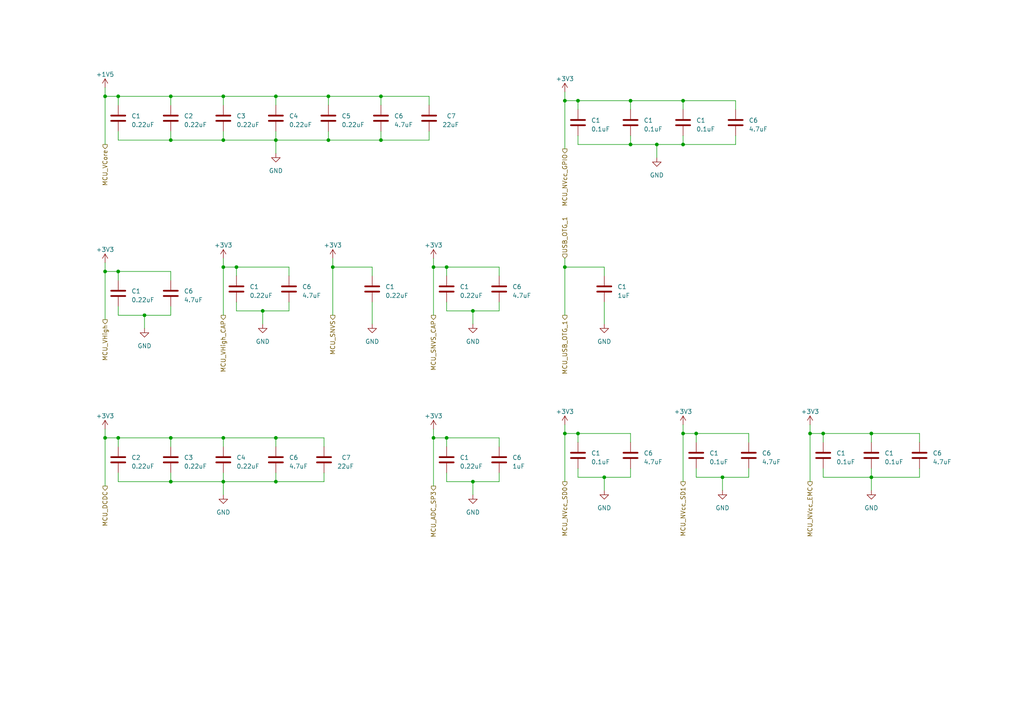
<source format=kicad_sch>
(kicad_sch (version 20230121) (generator eeschema)
  (paper "A4")
  (lib_symbols
    (symbol "Device:C" (pin_numbers hide) (pin_names (offset 0.254))
      (property "Reference" "C" (at 0.635 2.54 0))
      (property "Value" "C" (at 0.635 -2.54 0))
      (symbol "C_0_1"
        (polyline (pts (xy -2.032 -0.762) (xy 2.032 -0.762)) (stroke (width 0.508)))
        (polyline (pts (xy -2.032 0.762) (xy 2.032 0.762)) (stroke (width 0.508)))
      )
      (symbol "C_1_1"
        (pin passive line (at 0 3.81 270) (length 2.794) (name "~") (number "1"))
        (pin passive line (at 0 -3.81 90) (length 2.794) (name "~") (number "2"))
      )
    )
    (symbol "power:+1V5" (power) (pin_names (offset 0))
      (property "Value" "+1V5" (at 0 3.556 0))
      (symbol "+1V5_0_1"
        (polyline (pts (xy -0.762 1.27) (xy 0 2.54)))
        (polyline (pts (xy 0 0) (xy 0 2.54)))
        (polyline (pts (xy 0 2.54) (xy 0.762 1.27)))
      )
      (symbol "+1V5_1_1"
        (pin power_in line (at 0 0 90) (length 0) hide (name "+1V5") (number "1"))
      )
    )
    (symbol "power:+3V3" (power) (pin_names (offset 0))
      (property "Value" "+3V3" (at 0 3.556 0))
      (symbol "+3V3_0_1"
        (polyline (pts (xy -0.762 1.27) (xy 0 2.54)))
        (polyline (pts (xy 0 0) (xy 0 2.54)))
        (polyline (pts (xy 0 2.54) (xy 0.762 1.27)))
      )
      (symbol "+3V3_1_1"
        (pin power_in line (at 0 0 90) (length 0) hide (name "+3V3") (number "1"))
      )
    )
    (symbol "power:GND" (power) (pin_names (offset 0))
      (property "Value" "GND" (at 0 -3.81 0))
      (symbol "GND_0_1"
        (polyline (pts (xy 0 0) (xy 0 -1.27) (xy 1.27 -1.27) (xy 0 -2.54) (xy -1.27 -1.27) (xy 0 -1.27)))
      )
      (symbol "GND_1_1"
        (pin power_in line (at 0 0 270) (length 0) hide (name "GND") (number "1"))
      )
    )
  )
  (junction (at 190.5 41.91))
  (junction (at 137.16 139.7))
  (junction (at 64.77 77.47))
  (junction (at 129.54 127))
  (junction (at 30.48 127))
  (junction (at 110.49 27.94))
  (junction (at 198.12 41.91))
  (junction (at 129.54 77.47))
  (junction (at 125.73 77.47))
  (junction (at 125.73 127))
  (junction (at 68.58 77.47))
  (junction (at 95.25 40.64))
  (junction (at 198.12 125.73))
  (junction (at 64.77 139.7))
  (junction (at 163.83 125.73))
  (junction (at 175.26 138.43))
  (junction (at 30.48 27.94))
  (junction (at 80.01 139.7))
  (junction (at 209.55 138.43))
  (junction (at 34.29 27.94))
  (junction (at 252.73 125.73))
  (junction (at 182.88 41.91))
  (junction (at 30.48 78.74))
  (junction (at 137.16 90.17))
  (junction (at 95.25 27.94))
  (junction (at 64.77 27.94))
  (junction (at 167.64 125.73))
  (junction (at 49.53 40.64))
  (junction (at 163.83 29.21))
  (junction (at 49.53 139.7))
  (junction (at 64.77 40.64))
  (junction (at 80.01 27.94))
  (junction (at 64.77 127))
  (junction (at 167.64 29.21))
  (junction (at 41.91 91.44))
  (junction (at 252.73 138.43))
  (junction (at 34.29 78.74))
  (junction (at 34.29 127))
  (junction (at 198.12 29.21))
  (junction (at 76.2 90.17))
  (junction (at 182.88 29.21))
  (junction (at 238.76 125.73))
  (junction (at 49.53 27.94))
  (junction (at 201.93 125.73))
  (junction (at 234.95 125.73))
  (junction (at 80.01 127))
  (junction (at 80.01 40.64))
  (junction (at 110.49 40.64))
  (junction (at 49.53 127))
  (junction (at 96.52 77.47))
  (junction (at 163.83 77.47))
  (wire (pts (xy 163.83 26.67) (xy 163.83 29.21)))
  (wire (pts (xy 107.95 77.47) (xy 107.95 80.01)))
  (wire (pts (xy 49.53 127) (xy 64.77 127)))
  (wire (pts (xy 64.77 139.7) (xy 64.77 137.16)))
  (wire (pts (xy 252.73 138.43) (xy 266.7 138.43)))
  (wire (pts (xy 182.88 29.21) (xy 198.12 29.21)))
  (wire (pts (xy 110.49 40.64) (xy 110.49 38.1)))
  (wire (pts (xy 167.64 29.21) (xy 182.88 29.21)))
  (wire (pts (xy 167.64 138.43) (xy 175.26 138.43)))
  (wire (pts (xy 34.29 78.74) (xy 34.29 81.28)))
  (wire (pts (xy 137.16 139.7) (xy 137.16 143.51)))
  (wire (pts (xy 68.58 90.17) (xy 76.2 90.17)))
  (wire (pts (xy 30.48 78.74) (xy 34.29 78.74)))
  (wire (pts (xy 68.58 90.17) (xy 68.58 87.63)))
  (wire (pts (xy 80.01 139.7) (xy 80.01 137.16)))
  (wire (pts (xy 238.76 138.43) (xy 252.73 138.43)))
  (wire (pts (xy 64.77 127) (xy 64.77 129.54)))
  (wire (pts (xy 125.73 127) (xy 129.54 127)))
  (wire (pts (xy 201.93 125.73) (xy 201.93 128.27)))
  (wire (pts (xy 49.53 139.7) (xy 49.53 137.16)))
  (wire (pts (xy 49.53 139.7) (xy 64.77 139.7)))
  (wire (pts (xy 163.83 125.73) (xy 167.64 125.73)))
  (wire (pts (xy 34.29 139.7) (xy 34.29 137.16)))
  (wire (pts (xy 30.48 76.2) (xy 30.48 78.74)))
  (wire (pts (xy 190.5 41.91) (xy 198.12 41.91)))
  (wire (pts (xy 95.25 27.94) (xy 95.25 30.48)))
  (wire (pts (xy 49.53 40.64) (xy 49.53 38.1)))
  (wire (pts (xy 68.58 77.47) (xy 68.58 80.01)))
  (wire (pts (xy 76.2 90.17) (xy 76.2 93.98)))
  (wire (pts (xy 125.73 77.47) (xy 125.73 91.44)))
  (wire (pts (xy 137.16 90.17) (xy 144.78 90.17)))
  (wire (pts (xy 129.54 139.7) (xy 129.54 137.16)))
  (wire (pts (xy 68.58 77.47) (xy 83.82 77.47)))
  (wire (pts (xy 95.25 40.64) (xy 95.25 38.1)))
  (wire (pts (xy 190.5 41.91) (xy 190.5 45.72)))
  (wire (pts (xy 182.88 135.89) (xy 182.88 138.43)))
  (wire (pts (xy 30.48 127) (xy 34.29 127)))
  (wire (pts (xy 129.54 90.17) (xy 137.16 90.17)))
  (wire (pts (xy 80.01 40.64) (xy 95.25 40.64)))
  (wire (pts (xy 64.77 77.47) (xy 64.77 91.44)))
  (wire (pts (xy 144.78 137.16) (xy 144.78 139.7)))
  (wire (pts (xy 129.54 139.7) (xy 137.16 139.7)))
  (wire (pts (xy 129.54 127) (xy 129.54 129.54)))
  (wire (pts (xy 198.12 29.21) (xy 213.36 29.21)))
  (wire (pts (xy 137.16 90.17) (xy 137.16 93.98)))
  (wire (pts (xy 80.01 27.94) (xy 80.01 30.48)))
  (wire (pts (xy 49.53 27.94) (xy 64.77 27.94)))
  (wire (pts (xy 30.48 124.46) (xy 30.48 127)))
  (wire (pts (xy 175.26 87.63) (xy 175.26 93.98)))
  (wire (pts (xy 124.46 27.94) (xy 110.49 27.94)))
  (wire (pts (xy 252.73 125.73) (xy 266.7 125.73)))
  (wire (pts (xy 209.55 138.43) (xy 209.55 142.24)))
  (wire (pts (xy 125.73 127) (xy 125.73 140.97)))
  (wire (pts (xy 80.01 139.7) (xy 93.98 139.7)))
  (wire (pts (xy 198.12 123.19) (xy 198.12 125.73)))
  (wire (pts (xy 209.55 138.43) (xy 217.17 138.43)))
  (wire (pts (xy 163.83 77.47) (xy 163.83 91.44)))
  (wire (pts (xy 64.77 139.7) (xy 64.77 143.51)))
  (wire (pts (xy 83.82 77.47) (xy 83.82 80.01)))
  (wire (pts (xy 124.46 40.64) (xy 124.46 38.1)))
  (wire (pts (xy 30.48 127) (xy 30.48 140.97)))
  (wire (pts (xy 175.26 138.43) (xy 182.88 138.43)))
  (wire (pts (xy 41.91 91.44) (xy 49.53 91.44)))
  (wire (pts (xy 198.12 125.73) (xy 198.12 139.7)))
  (wire (pts (xy 34.29 27.94) (xy 34.29 30.48)))
  (wire (pts (xy 129.54 90.17) (xy 129.54 87.63)))
  (wire (pts (xy 41.91 91.44) (xy 41.91 95.25)))
  (wire (pts (xy 198.12 29.21) (xy 198.12 31.75)))
  (wire (pts (xy 182.88 41.91) (xy 182.88 39.37)))
  (wire (pts (xy 201.93 125.73) (xy 217.17 125.73)))
  (wire (pts (xy 76.2 90.17) (xy 83.82 90.17)))
  (wire (pts (xy 64.77 139.7) (xy 80.01 139.7)))
  (wire (pts (xy 64.77 27.94) (xy 64.77 30.48)))
  (wire (pts (xy 64.77 40.64) (xy 80.01 40.64)))
  (wire (pts (xy 217.17 125.73) (xy 217.17 128.27)))
  (wire (pts (xy 96.52 77.47) (xy 107.95 77.47)))
  (wire (pts (xy 49.53 88.9) (xy 49.53 91.44)))
  (wire (pts (xy 34.29 91.44) (xy 34.29 88.9)))
  (wire (pts (xy 167.64 41.91) (xy 182.88 41.91)))
  (wire (pts (xy 175.26 77.47) (xy 175.26 80.01)))
  (wire (pts (xy 234.95 123.19) (xy 234.95 125.73)))
  (wire (pts (xy 252.73 125.73) (xy 252.73 128.27)))
  (wire (pts (xy 110.49 40.64) (xy 124.46 40.64)))
  (wire (pts (xy 201.93 138.43) (xy 209.55 138.43)))
  (wire (pts (xy 163.83 123.19) (xy 163.83 125.73)))
  (wire (pts (xy 198.12 41.91) (xy 213.36 41.91)))
  (wire (pts (xy 144.78 127) (xy 144.78 129.54)))
  (wire (pts (xy 49.53 40.64) (xy 64.77 40.64)))
  (wire (pts (xy 93.98 139.7) (xy 93.98 137.16)))
  (wire (pts (xy 238.76 125.73) (xy 238.76 128.27)))
  (wire (pts (xy 167.64 138.43) (xy 167.64 135.89)))
  (wire (pts (xy 198.12 41.91) (xy 198.12 39.37)))
  (wire (pts (xy 201.93 138.43) (xy 201.93 135.89)))
  (wire (pts (xy 80.01 40.64) (xy 80.01 44.45)))
  (wire (pts (xy 125.73 74.93) (xy 125.73 77.47)))
  (wire (pts (xy 34.29 127) (xy 49.53 127)))
  (wire (pts (xy 83.82 87.63) (xy 83.82 90.17)))
  (wire (pts (xy 49.53 127) (xy 49.53 129.54)))
  (wire (pts (xy 175.26 138.43) (xy 175.26 142.24)))
  (wire (pts (xy 96.52 77.47) (xy 96.52 91.44)))
  (wire (pts (xy 167.64 125.73) (xy 182.88 125.73)))
  (wire (pts (xy 96.52 74.93) (xy 96.52 77.47)))
  (wire (pts (xy 163.83 77.47) (xy 175.26 77.47)))
  (wire (pts (xy 144.78 77.47) (xy 144.78 80.01)))
  (wire (pts (xy 167.64 125.73) (xy 167.64 128.27)))
  (wire (pts (xy 252.73 138.43) (xy 252.73 142.24)))
  (wire (pts (xy 217.17 135.89) (xy 217.17 138.43)))
  (wire (pts (xy 30.48 25.4) (xy 30.48 27.94)))
  (wire (pts (xy 30.48 27.94) (xy 34.29 27.94)))
  (wire (pts (xy 64.77 74.93) (xy 64.77 77.47)))
  (wire (pts (xy 234.95 125.73) (xy 234.95 139.7)))
  (wire (pts (xy 182.88 29.21) (xy 182.88 31.75)))
  (wire (pts (xy 34.29 27.94) (xy 49.53 27.94)))
  (wire (pts (xy 129.54 77.47) (xy 129.54 80.01)))
  (wire (pts (xy 167.64 29.21) (xy 167.64 31.75)))
  (wire (pts (xy 163.83 29.21) (xy 163.83 43.18)))
  (wire (pts (xy 167.64 41.91) (xy 167.64 39.37)))
  (wire (pts (xy 129.54 77.47) (xy 144.78 77.47)))
  (wire (pts (xy 238.76 138.43) (xy 238.76 135.89)))
  (wire (pts (xy 124.46 30.48) (xy 124.46 27.94)))
  (wire (pts (xy 213.36 41.91) (xy 213.36 39.37)))
  (wire (pts (xy 95.25 40.64) (xy 110.49 40.64)))
  (wire (pts (xy 163.83 29.21) (xy 167.64 29.21)))
  (wire (pts (xy 213.36 29.21) (xy 213.36 31.75)))
  (wire (pts (xy 252.73 135.89) (xy 252.73 138.43)))
  (wire (pts (xy 95.25 27.94) (xy 110.49 27.94)))
  (wire (pts (xy 266.7 135.89) (xy 266.7 138.43)))
  (wire (pts (xy 182.88 41.91) (xy 190.5 41.91)))
  (wire (pts (xy 80.01 40.64) (xy 80.01 38.1)))
  (wire (pts (xy 34.29 127) (xy 34.29 129.54)))
  (wire (pts (xy 125.73 77.47) (xy 129.54 77.47)))
  (wire (pts (xy 110.49 27.94) (xy 110.49 30.48)))
  (wire (pts (xy 34.29 139.7) (xy 49.53 139.7)))
  (wire (pts (xy 80.01 127) (xy 93.98 127)))
  (wire (pts (xy 80.01 127) (xy 80.01 129.54)))
  (wire (pts (xy 64.77 40.64) (xy 64.77 38.1)))
  (wire (pts (xy 64.77 77.47) (xy 68.58 77.47)))
  (wire (pts (xy 107.95 87.63) (xy 107.95 93.98)))
  (wire (pts (xy 144.78 87.63) (xy 144.78 90.17)))
  (wire (pts (xy 198.12 125.73) (xy 201.93 125.73)))
  (wire (pts (xy 93.98 129.54) (xy 93.98 127)))
  (wire (pts (xy 64.77 27.94) (xy 80.01 27.94)))
  (wire (pts (xy 80.01 27.94) (xy 95.25 27.94)))
  (wire (pts (xy 34.29 40.64) (xy 49.53 40.64)))
  (wire (pts (xy 49.53 78.74) (xy 49.53 81.28)))
  (wire (pts (xy 34.29 78.74) (xy 49.53 78.74)))
  (wire (pts (xy 30.48 27.94) (xy 30.48 41.91)))
  (wire (pts (xy 34.29 40.64) (xy 34.29 38.1)))
  (wire (pts (xy 30.48 78.74) (xy 30.48 92.71)))
  (wire (pts (xy 137.16 139.7) (xy 144.78 139.7)))
  (wire (pts (xy 163.83 125.73) (xy 163.83 139.7)))
  (wire (pts (xy 34.29 91.44) (xy 41.91 91.44)))
  (wire (pts (xy 182.88 125.73) (xy 182.88 128.27)))
  (wire (pts (xy 125.73 124.46) (xy 125.73 127)))
  (wire (pts (xy 49.53 27.94) (xy 49.53 30.48)))
  (wire (pts (xy 266.7 125.73) (xy 266.7 128.27)))
  (wire (pts (xy 64.77 127) (xy 80.01 127)))
  (wire (pts (xy 238.76 125.73) (xy 252.73 125.73)))
  (wire (pts (xy 163.83 74.93) (xy 163.83 77.47)))
  (wire (pts (xy 234.95 125.73) (xy 238.76 125.73)))
  (wire (pts (xy 129.54 127) (xy 144.78 127)))
  (hierarchical_label "MCU_USB_OTG_1" (shape output) (at 163.83 91.44 270))
  (hierarchical_label "MCU_VHigh_CAP" (shape output) (at 64.77 91.44 270))
  (hierarchical_label "MCU_SNVS" (shape output) (at 96.52 91.44 270))
  (hierarchical_label "MCU_DCDC" (shape output) (at 30.48 140.97 270))
  (hierarchical_label "MCU_VHigh" (shape output) (at 30.48 92.71 270))
  (hierarchical_label "MCU_SNVS_CAP" (shape output) (at 125.73 91.44 270))
  (hierarchical_label "MCU_NVcc_SD1" (shape output) (at 198.12 139.7 270))
  (hierarchical_label "MCU_VCore" (shape output) (at 30.48 41.91 270))
  (hierarchical_label "MCU_NVcc_EMC" (shape output) (at 234.95 139.7 270))
  (hierarchical_label "MCU_NVcc_SD0" (shape output) (at 163.83 139.7 270))
  (hierarchical_label "USB_OTG_1" (shape input) (at 163.83 74.93 90))
  (hierarchical_label "MCU_ADC_SP3" (shape output) (at 125.73 140.97 270))
  (hierarchical_label "MCU_NVcc_GPIO" (shape output) (at 163.83 43.18 270))
  (symbol (lib_id "Device:C") (at 49.53 34.29 0) (unit 1)
    (property "Reference" "C2" (at 53.34 33.655 0) (effects (justify left)))
    (property "Value" "0.22uF" (at 53.34 36.195 0) (effects (justify left)))
  )
  (symbol (lib_id "power:GND") (at 137.16 143.51 0) (unit 1)
    (property "Reference" "#PWR06" (effects hide))
    (property "Value" "GND" (at 137.16 148.59 0))
    (instances (project "autoharpie" (path "" (reference "#PWR06") (unit 1)) (path "" (reference "#PWR042") (unit 1))))
  )
  (symbol (lib_id "Device:C") (at 182.88 132.08 0) (unit 1)
    (property "Reference" "C6" (at 186.69 131.445 0) (effects (justify left)))
    (property "Value" "4.7uF" (at 186.69 133.985 0) (effects (justify left)))
    (instances (project "autoharpie" (path "" (reference "C6") (unit 1)) (path "" (reference "C34") (unit 1))))
  )
  (symbol (lib_id "Device:C") (at 175.26 83.82 0) (unit 1)
    (property "Reference" "C1" (at 179.07 83.185 0) (effects (justify left)))
    (property "Value" "1uF" (at 179.07 85.725 0) (effects (justify left)))
    (instances (project "autoharpie" (path "" (reference "C1") (unit 1)) (path "" (reference "C29") (unit 1))))
  )
  (symbol (lib_id "Device:C") (at 93.98 133.35 0) (unit 1)
    (property "Reference" "C7" (at 99.06 132.715 0) (effects (justify left)))
    (property "Value" "22uF" (at 97.79 135.255 0) (effects (justify left)))
    (instances (project "autoharpie" (path "" (reference "C7") (unit 1)) (path "" (reference "C24") (unit 1))))
  )
  (symbol (lib_id "power:GND") (at 137.16 93.98 0) (unit 1)
    (property "Reference" "#PWR06" (effects hide))
    (property "Value" "GND" (at 137.16 99.06 0))
    (instances (project "autoharpie" (path "" (reference "#PWR06") (unit 1)) (path "" (reference "#PWR028") (unit 1))))
  )
  (symbol (lib_id "power:GND") (at 80.01 44.45 0) (unit 1)
    (property "Reference" "#PWR06" (effects hide))
    (property "Value" "GND" (at 80.01 49.53 0))
    (instances (project "autoharpie" (path "" (reference "#PWR06") (unit 1)) (path "" (reference "#PWR07") (unit 1))))
  )
  (symbol (lib_id "Device:C") (at 83.82 83.82 0) (unit 1)
    (property "Reference" "C6" (at 87.63 83.185 0) (effects (justify left)))
    (property "Value" "4.7uF" (at 87.63 85.725 0) (effects (justify left)))
    (instances (project "autoharpie" (path "" (reference "C6") (unit 1)) (path "" (reference "C10") (unit 1))))
  )
  (symbol (lib_id "power:GND") (at 209.55 142.24 0) (unit 1)
    (property "Reference" "#PWR06" (effects hide))
    (property "Value" "GND" (at 209.55 147.32 0))
    (instances (project "autoharpie" (path "" (reference "#PWR06") (unit 1)) (path "" (reference "#PWR049") (unit 1))))
  )
  (symbol (lib_id "power:GND") (at 76.2 93.98 0) (unit 1)
    (property "Reference" "#PWR06" (effects hide))
    (property "Value" "GND" (at 76.2 99.06 0))
    (instances (project "autoharpie" (path "" (reference "#PWR06") (unit 1)) (path "" (reference "#PWR011") (unit 1))))
  )
  (symbol (lib_id "Device:C") (at 213.36 35.56 0) (unit 1)
    (property "Reference" "C6" (at 217.17 34.925 0) (effects (justify left)))
    (property "Value" "4.7uF" (at 217.17 37.465 0) (effects (justify left)))
    (instances (project "autoharpie" (path "" (reference "C6") (unit 1)) (path "" (reference "C40") (unit 1))))
  )
  (symbol (lib_id "Device:C") (at 201.93 132.08 0) (unit 1)
    (property "Reference" "C1" (at 205.74 131.445 0) (effects (justify left)))
    (property "Value" "0.1uF" (at 205.74 133.985 0) (effects (justify left)))
    (instances (project "autoharpie" (path "" (reference "C1") (unit 1)) (path "" (reference "C35") (unit 1))))
  )
  (symbol (lib_id "Device:C") (at 49.53 85.09 0) (unit 1)
    (property "Reference" "C6" (at 53.34 84.455 0) (effects (justify left)))
    (property "Value" "4.7uF" (at 53.34 86.995 0) (effects (justify left)))
    (instances (project "autoharpie" (path "" (reference "C6") (unit 1)) (path "" (reference "C13") (unit 1))))
  )
  (symbol (lib_id "power:+3V3") (at 234.95 123.19 0) (unit 1)
    (property "Reference" "#PWR052" (effects hide))
    (property "Value" "+3V3" (at 234.95 119.38 0))
  )
  (symbol (lib_id "Device:C") (at 217.17 132.08 0) (unit 1)
    (property "Reference" "C6" (at 220.98 131.445 0) (effects (justify left)))
    (property "Value" "4.7uF" (at 220.98 133.985 0) (effects (justify left)))
    (instances (project "autoharpie" (path "" (reference "C6") (unit 1)) (path "" (reference "C36") (unit 1))))
  )
  (symbol (lib_id "Device:C") (at 64.77 34.29 0) (unit 1)
    (property "Reference" "C3" (at 68.58 33.655 0) (effects (justify left)))
    (property "Value" "0.22uF" (at 68.58 36.195 0) (effects (justify left)))
  )
  (symbol (lib_id "power:+3V3") (at 125.73 124.46 0) (unit 1)
    (property "Reference" "#PWR040" (effects hide))
    (property "Value" "+3V3" (at 125.73 120.65 0))
  )
  (symbol (lib_id "power:GND") (at 252.73 142.24 0) (unit 1)
    (property "Reference" "#PWR06" (effects hide))
    (property "Value" "GND" (at 252.73 147.32 0))
    (instances (project "autoharpie" (path "" (reference "#PWR06") (unit 1)) (path "" (reference "#PWR053") (unit 1))))
  )
  (symbol (lib_id "Device:C") (at 167.64 132.08 0) (unit 1)
    (property "Reference" "C1" (at 171.45 131.445 0) (effects (justify left)))
    (property "Value" "0.1uF" (at 171.45 133.985 0) (effects (justify left)))
    (instances (project "autoharpie" (path "" (reference "C1") (unit 1)) (path "" (reference "C33") (unit 1))))
  )
  (symbol (lib_id "Device:C") (at 80.01 34.29 0) (unit 1)
    (property "Reference" "C4" (at 83.82 33.655 0) (effects (justify left)))
    (property "Value" "0.22uF" (at 83.82 36.195 0) (effects (justify left)))
  )
  (symbol (lib_id "Device:C") (at 238.76 132.08 0) (unit 1)
    (property "Reference" "C1" (at 242.57 131.445 0) (effects (justify left)))
    (property "Value" "0.1uF" (at 242.57 133.985 0) (effects (justify left)))
    (instances (project "autoharpie" (path "" (reference "C1") (unit 1)) (path "" (reference "C42") (unit 1))))
  )
  (symbol (lib_id "power:GND") (at 41.91 95.25 0) (unit 1)
    (property "Reference" "#PWR06" (effects hide))
    (property "Value" "GND" (at 41.91 100.33 0))
    (instances (project "autoharpie" (path "" (reference "#PWR06") (unit 1)) (path "" (reference "#PWR09") (unit 1))))
  )
  (symbol (lib_id "Device:C") (at 124.46 34.29 0) (unit 1)
    (property "Reference" "C7" (at 129.54 33.655 0) (effects (justify left)))
    (property "Value" "22uF" (at 128.27 36.195 0) (effects (justify left)))
  )
  (symbol (lib_id "power:+3V3") (at 64.77 74.93 0) (unit 1)
    (property "Reference" "#PWR010" (effects hide))
    (property "Value" "+3V3" (at 64.77 71.12 0))
  )
  (symbol (lib_id "power:GND") (at 190.5 45.72 0) (unit 1)
    (property "Reference" "#PWR06" (effects hide))
    (property "Value" "GND" (at 190.5 50.8 0))
    (instances (project "autoharpie" (path "" (reference "#PWR06") (unit 1)) (path "" (reference "#PWR051") (unit 1))))
  )
  (symbol (lib_id "Device:C") (at 266.7 132.08 0) (unit 1)
    (property "Reference" "C6" (at 270.51 131.445 0) (effects (justify left)))
    (property "Value" "4.7uF" (at 270.51 133.985 0) (effects (justify left)))
    (instances (project "autoharpie" (path "" (reference "C6") (unit 1)) (path "" (reference "C43") (unit 1))))
  )
  (symbol (lib_id "Device:C") (at 182.88 35.56 0) (unit 1)
    (property "Reference" "C1" (at 186.69 34.925 0) (effects (justify left)))
    (property "Value" "0.1uF" (at 186.69 37.465 0) (effects (justify left)))
    (instances (project "autoharpie" (path "" (reference "C1") (unit 1)) (path "" (reference "C38") (unit 1))))
  )
  (symbol (lib_id "Device:C") (at 129.54 133.35 0) (unit 1)
    (property "Reference" "C1" (at 133.35 132.715 0) (effects (justify left)))
    (property "Value" "0.22uF" (at 133.35 135.255 0) (effects (justify left)))
    (instances (project "autoharpie" (path "" (reference "C1") (unit 1)) (path "" (reference "C31") (unit 1))))
  )
  (symbol (lib_id "power:GND") (at 64.77 143.51 0) (unit 1)
    (property "Reference" "#PWR06" (effects hide))
    (property "Value" "GND" (at 64.77 148.59 0))
    (instances (project "autoharpie" (path "" (reference "#PWR06") (unit 1)) (path "" (reference "#PWR013") (unit 1))))
  )
  (symbol (lib_id "Device:C") (at 49.53 133.35 0) (unit 1)
    (property "Reference" "C3" (at 53.34 132.715 0) (effects (justify left)))
    (property "Value" "0.22uF" (at 53.34 135.255 0) (effects (justify left)))
    (instances (project "autoharpie" (path "" (reference "C3") (unit 1)) (path "" (reference "C12") (unit 1))))
  )
  (symbol (lib_id "power:+3V3") (at 30.48 124.46 0) (unit 1)
    (property "Reference" "#PWR012" (effects hide))
    (property "Value" "+3V3" (at 30.48 120.65 0))
  )
  (symbol (lib_id "power:+1V5") (at 30.48 25.4 0) (unit 1)
    (property "Reference" "#PWR07" (effects hide))
    (property "Value" "+1V5" (at 30.48 21.59 0))
    (instances (project "autoharpie" (path "" (reference "#PWR07") (unit 1)) (path "" (reference "#PWR06") (unit 1))))
  )
  (symbol (lib_id "Device:C") (at 144.78 133.35 0) (unit 1)
    (property "Reference" "C6" (at 148.59 132.715 0) (effects (justify left)))
    (property "Value" "1uF" (at 148.59 135.255 0) (effects (justify left)))
    (instances (project "autoharpie" (path "" (reference "C6") (unit 1)) (path "" (reference "C32") (unit 1))))
  )
  (symbol (lib_id "Device:C") (at 252.73 132.08 0) (unit 1)
    (property "Reference" "C1" (at 256.54 131.445 0) (effects (justify left)))
    (property "Value" "0.1uF" (at 256.54 133.985 0) (effects (justify left)))
    (instances (project "autoharpie" (path "" (reference "C1") (unit 1)) (path "" (reference "C44") (unit 1))))
  )
  (symbol (lib_id "Device:C") (at 129.54 83.82 0) (unit 1)
    (property "Reference" "C1" (at 133.35 83.185 0) (effects (justify left)))
    (property "Value" "0.22uF" (at 133.35 85.725 0) (effects (justify left)))
    (instances (project "autoharpie" (path "" (reference "C1") (unit 1)) (path "" (reference "C27") (unit 1))))
  )
  (symbol (lib_id "power:GND") (at 175.26 93.98 0) (unit 1)
    (property "Reference" "#PWR06" (effects hide))
    (property "Value" "GND" (at 175.26 99.06 0))
    (instances (project "autoharpie" (path "" (reference "#PWR06") (unit 1)) (path "" (reference "#PWR039") (unit 1))))
  )
  (symbol (lib_id "Device:C") (at 34.29 85.09 0) (unit 1)
    (property "Reference" "C1" (at 38.1 84.455 0) (effects (justify left)))
    (property "Value" "0.22uF" (at 38.1 86.995 0) (effects (justify left)))
    (instances (project "autoharpie" (path "" (reference "C1") (unit 1)) (path "" (reference "C8") (unit 1))))
  )
  (symbol (lib_id "Device:C") (at 144.78 83.82 0) (unit 1)
    (property "Reference" "C6" (at 148.59 83.185 0) (effects (justify left)))
    (property "Value" "4.7uF" (at 148.59 85.725 0) (effects (justify left)))
    (instances (project "autoharpie" (path "" (reference "C6") (unit 1)) (path "" (reference "C28") (unit 1))))
  )
  (symbol (lib_id "Device:C") (at 34.29 34.29 0) (unit 1)
    (property "Reference" "C1" (at 38.1 33.655 0) (effects (justify left)))
    (property "Value" "0.22uF" (at 38.1 36.195 0) (effects (justify left)))
  )
  (symbol (lib_id "Device:C") (at 107.95 83.82 0) (unit 1)
    (property "Reference" "C1" (at 111.76 83.185 0) (effects (justify left)))
    (property "Value" "0.22uF" (at 111.76 85.725 0) (effects (justify left)))
    (instances (project "autoharpie" (path "" (reference "C1") (unit 1)) (path "" (reference "C22") (unit 1))))
  )
  (symbol (lib_id "power:+3V3") (at 198.12 123.19 0) (unit 1)
    (property "Reference" "#PWR048" (effects hide))
    (property "Value" "+3V3" (at 198.12 119.38 0))
  )
  (symbol (lib_id "power:+3V3") (at 163.83 26.67 0) (unit 1)
    (property "Reference" "#PWR050" (effects hide))
    (property "Value" "+3V3" (at 163.83 22.86 0))
  )
  (symbol (lib_id "Device:C") (at 95.25 34.29 0) (unit 1)
    (property "Reference" "C5" (at 99.06 33.655 0) (effects (justify left)))
    (property "Value" "0.22uF" (at 99.06 36.195 0) (effects (justify left)))
  )
  (symbol (lib_id "Device:C") (at 198.12 35.56 0) (unit 1)
    (property "Reference" "C1" (at 201.93 34.925 0) (effects (justify left)))
    (property "Value" "0.1uF" (at 201.93 37.465 0) (effects (justify left)))
    (instances (project "autoharpie" (path "" (reference "C1") (unit 1)) (path "" (reference "C39") (unit 1))))
  )
  (symbol (lib_id "Device:C") (at 68.58 83.82 0) (unit 1)
    (property "Reference" "C1" (at 72.39 83.185 0) (effects (justify left)))
    (property "Value" "0.22uF" (at 72.39 85.725 0) (effects (justify left)))
    (instances (project "autoharpie" (path "" (reference "C1") (unit 1)) (path "" (reference "C9") (unit 1))))
  )
  (symbol (lib_id "power:+3V3") (at 125.73 74.93 0) (unit 1)
    (property "Reference" "#PWR016" (effects hide))
    (property "Value" "+3V3" (at 125.73 71.12 0))
  )
  (symbol (lib_id "Device:C") (at 167.64 35.56 0) (unit 1)
    (property "Reference" "C1" (at 171.45 34.925 0) (effects (justify left)))
    (property "Value" "0.1uF" (at 171.45 37.465 0) (effects (justify left)))
    (instances (project "autoharpie" (path "" (reference "C1") (unit 1)) (path "" (reference "C37") (unit 1))))
  )
  (symbol (lib_id "power:+3V3") (at 163.83 123.19 0) (unit 1)
    (property "Reference" "#PWR044" (effects hide))
    (property "Value" "+3V3" (at 163.83 119.38 0))
  )
  (symbol (lib_id "Device:C") (at 110.49 34.29 0) (unit 1)
    (property "Reference" "C6" (at 114.3 33.655 0) (effects (justify left)))
    (property "Value" "4.7uF" (at 114.3 36.195 0) (effects (justify left)))
  )
  (symbol (lib_id "power:GND") (at 175.26 142.24 0) (unit 1)
    (property "Reference" "#PWR06" (effects hide))
    (property "Value" "GND" (at 175.26 147.32 0))
    (instances (project "autoharpie" (path "" (reference "#PWR06") (unit 1)) (path "" (reference "#PWR046") (unit 1))))
  )
  (symbol (lib_id "power:+3V3") (at 96.52 74.93 0) (unit 1)
    (property "Reference" "#PWR014" (effects hide))
    (property "Value" "+3V3" (at 96.52 71.12 0))
  )
  (symbol (lib_id "power:+3V3") (at 30.48 76.2 0) (unit 1)
    (property "Reference" "#PWR08" (effects hide))
    (property "Value" "+3V3" (at 30.48 72.39 0))
  )
  (symbol (lib_id "Device:C") (at 64.77 133.35 0) (unit 1)
    (property "Reference" "C4" (at 68.58 132.715 0) (effects (justify left)))
    (property "Value" "0.22uF" (at 68.58 135.255 0) (effects (justify left)))
    (instances (project "autoharpie" (path "" (reference "C4") (unit 1)) (path "" (reference "C21") (unit 1))))
  )
  (symbol (lib_id "power:GND") (at 107.95 93.98 0) (unit 1)
    (property "Reference" "#PWR06" (effects hide))
    (property "Value" "GND" (at 107.95 99.06 0))
    (instances (project "autoharpie" (path "" (reference "#PWR06") (unit 1)) (path "" (reference "#PWR015") (unit 1))))
  )
  (symbol (lib_id "Device:C") (at 80.01 133.35 0) (unit 1)
    (property "Reference" "C6" (at 83.82 132.715 0) (effects (justify left)))
    (property "Value" "4.7uF" (at 83.82 135.255 0) (effects (justify left)))
    (instances (project "autoharpie" (path "" (reference "C6") (unit 1)) (path "" (reference "C23") (unit 1))))
  )
  (symbol (lib_id "Device:C") (at 34.29 133.35 0) (unit 1)
    (property "Reference" "C2" (at 38.1 132.715 0) (effects (justify left)))
    (property "Value" "0.22uF" (at 38.1 135.255 0) (effects (justify left)))
    (instances (project "autoharpie" (path "" (reference "C2") (unit 1)) (path "" (reference "C11") (unit 1))))
  )
)
</source>
